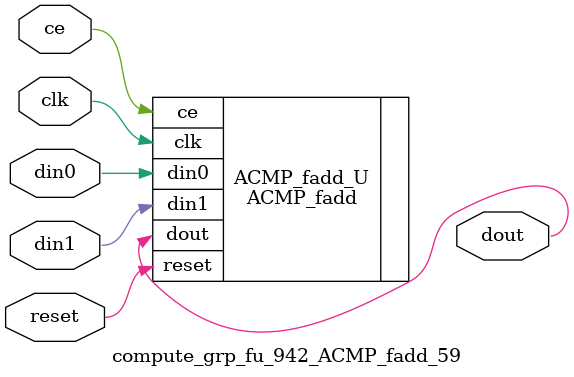
<source format=v>

`timescale 1 ns / 1 ps
module compute_grp_fu_942_ACMP_fadd_59(
    clk,
    reset,
    ce,
    din0,
    din1,
    dout);

parameter ID = 32'd1;
parameter NUM_STAGE = 32'd1;
parameter din0_WIDTH = 32'd1;
parameter din1_WIDTH = 32'd1;
parameter dout_WIDTH = 32'd1;
input clk;
input reset;
input ce;
input[din0_WIDTH - 1:0] din0;
input[din1_WIDTH - 1:0] din1;
output[dout_WIDTH - 1:0] dout;



ACMP_fadd #(
.ID( ID ),
.NUM_STAGE( 4 ),
.din0_WIDTH( din0_WIDTH ),
.din1_WIDTH( din1_WIDTH ),
.dout_WIDTH( dout_WIDTH ))
ACMP_fadd_U(
    .clk( clk ),
    .reset( reset ),
    .ce( ce ),
    .din0( din0 ),
    .din1( din1 ),
    .dout( dout ));

endmodule

</source>
